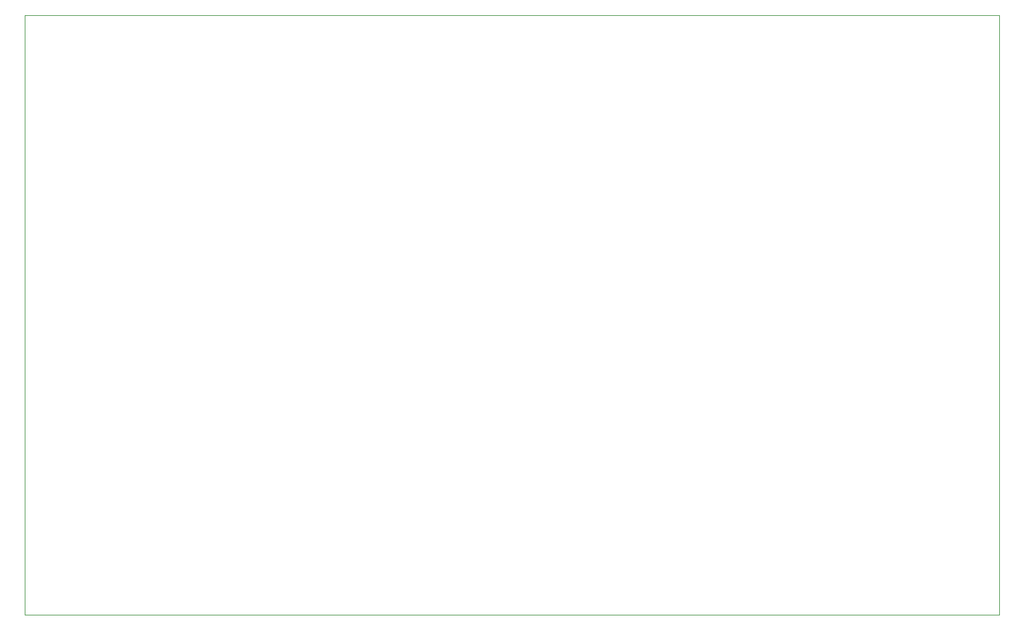
<source format=gbr>
%TF.GenerationSoftware,KiCad,Pcbnew,(6.0.9)*%
%TF.CreationDate,2022-12-30T22:43:23+01:00*%
%TF.ProjectId,mainboard,6d61696e-626f-4617-9264-2e6b69636164,rev?*%
%TF.SameCoordinates,Original*%
%TF.FileFunction,Profile,NP*%
%FSLAX46Y46*%
G04 Gerber Fmt 4.6, Leading zero omitted, Abs format (unit mm)*
G04 Created by KiCad (PCBNEW (6.0.9)) date 2022-12-30 22:43:23*
%MOMM*%
%LPD*%
G01*
G04 APERTURE LIST*
%TA.AperFunction,Profile*%
%ADD10C,0.100000*%
%TD*%
G04 APERTURE END LIST*
D10*
X85750000Y-64500000D02*
X215750000Y-64500000D01*
X215750000Y-64500000D02*
X215750000Y-144500000D01*
X215750000Y-144500000D02*
X85750000Y-144500000D01*
X85750000Y-144500000D02*
X85750000Y-64500000D01*
M02*

</source>
